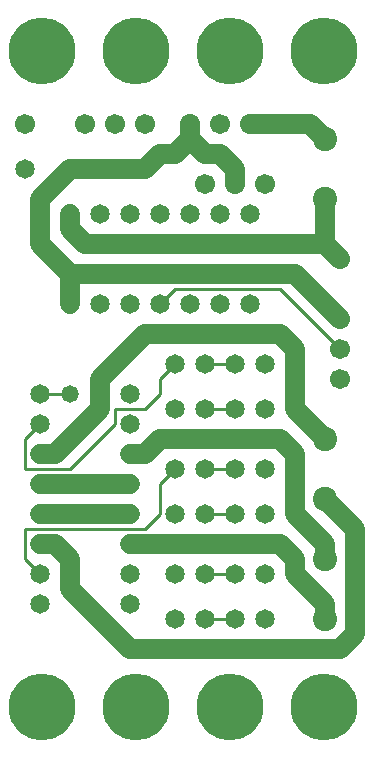
<source format=gtl>
%MOIN*%
%FSLAX25Y25*%
G04 D10 used for Character Trace; *
G04     Circle (OD=.01000) (No hole)*
G04 D11 used for Power Trace; *
G04     Circle (OD=.06700) (No hole)*
G04 D12 used for Signal Trace; *
G04     Circle (OD=.01100) (No hole)*
G04 D13 used for Via; *
G04     Circle (OD=.05800) (Round. Hole ID=.02800)*
G04 D14 used for Component hole; *
G04     Circle (OD=.06500) (Round. Hole ID=.03500)*
G04 D15 used for Component hole; *
G04     Circle (OD=.06700) (Round. Hole ID=.04300)*
G04 D16 used for Component hole; *
G04     Circle (OD=.08100) (Round. Hole ID=.05100)*
G04 D17 used for Component hole; *
G04     Circle (OD=.08900) (Round. Hole ID=.05900)*
G04 D18 used for Component hole; *
G04     Circle (OD=.11300) (Round. Hole ID=.08300)*
G04 D19 used for Component hole; *
G04     Circle (OD=.16000) (Round. Hole ID=.13000)*
G04 D20 used for Component hole; *
G04     Circle (OD=.18300) (Round. Hole ID=.15300)*
G04 D21 used for Component hole; *
G04     Circle (OD=.22291) (Round. Hole ID=.19291)*
%ADD10C,.01000*%
%ADD11C,.06700*%
%ADD12C,.01100*%
%ADD13C,.05800*%
%ADD14C,.06500*%
%ADD15C,.06700*%
%ADD16C,.08100*%
%ADD17C,.08900*%
%ADD18C,.11300*%
%ADD19C,.16000*%
%ADD20C,.18300*%
%ADD21C,.22291*%
%IPPOS*%
%LPD*%
G90*X0Y0D02*D21*X15625Y15625D03*X46875D03*D11*    
X45000Y35000D02*X115000D01*X120000Y40000D01*      
Y75000D01*X110000Y85000D01*D16*D03*D11*Y70000D02* 
X100000Y80000D01*X110000Y65000D02*Y70000D01*D16*  
Y65000D03*D11*X100000Y60000D02*Y65000D01*         
X110000Y50000D02*X100000Y60000D01*                
X110000Y45000D02*Y50000D01*D16*Y45000D03*D14*     
X90000Y60000D03*Y45000D03*D11*X100000Y65000D02*   
X95000Y70000D01*X45000D01*D14*D03*D12*            
X10000Y75000D02*X50000D01*X10000Y65000D02*        
Y75000D01*X15000Y60000D02*X10000Y65000D01*D14*    
X15000Y60000D03*D11*X45000Y35000D02*              
X25000Y55000D01*D14*X45000Y50000D03*              
X60000Y45000D03*D11*X25000Y55000D02*Y65000D01*    
X20000Y70000D01*X15000D01*D14*D03*Y80000D03*D11*  
X45000D01*D14*D03*D12*X50000Y75000D02*            
X55000Y80000D01*Y90000D01*X60000Y95000D01*D14*D03*
D11*X45000Y100000D02*X50000D01*D14*X45000D03*D11* 
X50000D02*X55000Y105000D01*X95000D01*             
X100000Y100000D01*Y80000D01*D14*X90000D03*        
Y95000D03*X80000Y60000D03*D12*X70000D01*D14*D03*  
X60000D03*X70000Y45000D03*D12*X80000D01*D14*D03*  
D21*X109375Y15625D03*X78125D03*D14*               
X45000Y60000D03*X80000Y80000D03*D12*X70000D01*D14*
D03*X60000D03*X80000Y95000D03*D12*X70000D01*D14*  
D03*X90000Y115000D03*D12*X40000D02*X50000D01*     
X40000Y110000D02*Y115000D01*X25000Y95000D02*      
X40000Y110000D01*X10000Y95000D02*X25000D01*       
X10000D02*Y105000D01*X15000Y110000D01*D14*D03*D13*
X25000Y120000D03*D12*X15000D01*D14*D03*D11*       
X20000Y100000D02*X35000Y115000D01*                
X15000Y100000D02*X20000D01*D14*X15000D03*         
Y90000D03*D11*X45000D01*D14*D03*Y110000D03*       
X70000Y115000D03*D12*X80000D01*D14*D03*           
X90000Y130000D03*X80000D03*D12*X70000D01*D14*D03* 
X60000D03*D12*X55000Y125000D01*Y120000D01*        
X50000Y115000D01*D14*X45000Y120000D03*            
X60000Y115000D03*D11*X35000D02*Y125000D01*        
X50000Y140000D01*X95000D01*X100000Y135000D01*     
Y115000D01*X110000Y105000D01*D16*D03*D15*         
X115000Y125000D03*Y135000D03*D12*X95000Y155000D01*
X60000D01*X55000Y150000D01*D14*D03*X65000D03*     
X45000D03*X75000D03*X35000D03*D11*                
X30000Y170000D02*X110000D01*X115000Y165000D01*D15*
D03*D11*X110000Y170000D02*Y185000D01*D16*D03*D15* 
X90000Y190000D03*D16*X110000Y205000D03*D11*       
X105000Y210000D01*X85000D01*D15*D03*D11*          
X80000Y195000D02*X75000Y200000D01*                
X80000Y190000D02*Y195000D01*D15*Y190000D03*D11*   
X70000Y200000D02*X75000D01*X70000D02*             
X65000Y205000D01*X60000Y200000D01*X55000D01*      
X50000Y195000D01*X30000D01*D14*D03*D11*X25000D01* 
X15000Y185000D01*Y170000D01*X25000Y160000D01*     
Y150000D01*D14*D03*D11*Y160000D02*X100000D01*     
X115000Y145000D01*D15*D03*D14*X85000Y150000D03*   
Y180000D03*X75000D03*D15*X70000Y190000D03*D14*    
X65000Y180000D03*X55000D03*D11*X65000Y205000D02*  
Y210000D01*D15*D03*X75000D03*X50000D03*D21*       
X78125Y234375D03*D15*X40000Y210000D03*D21*        
X46875Y234375D03*D14*X35000Y180000D03*X45000D03*  
D15*X30000Y210000D03*D11*Y170000D02*              
X25000Y175000D01*Y180000D01*D14*D03*              
X10000Y195000D03*D15*Y210000D03*D21*              
X15625Y234375D03*X109375D03*D14*X15000Y50000D03*  
M02*                                              

</source>
